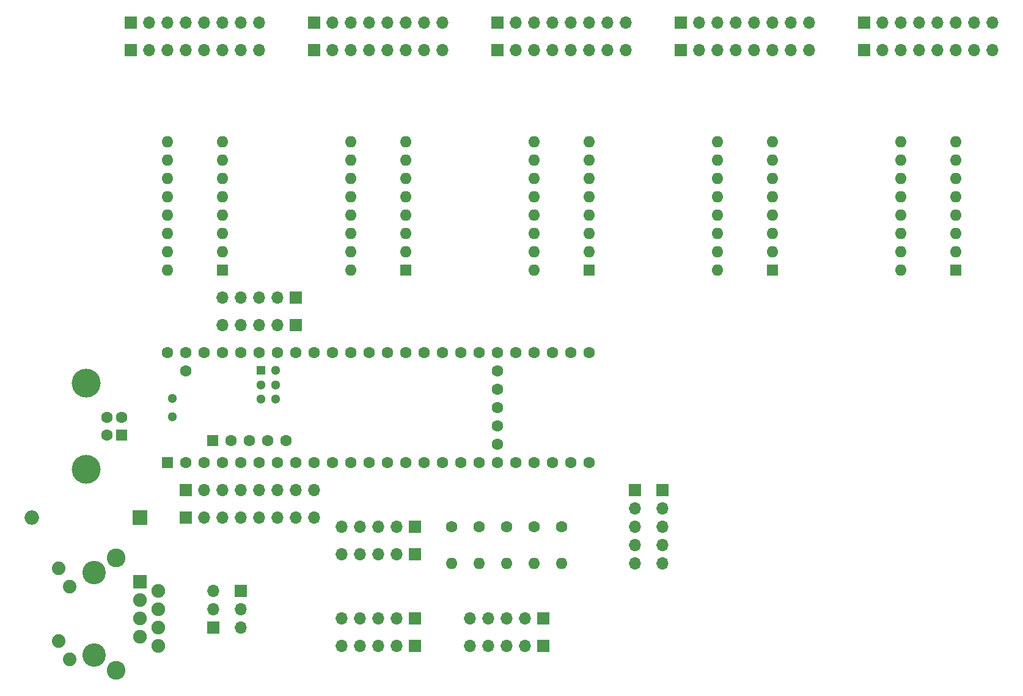
<source format=gbr>
%TF.GenerationSoftware,KiCad,Pcbnew,5.1.8*%
%TF.CreationDate,2020-12-04T02:47:43+00:00*%
%TF.ProjectId,controller_mixer_pcb,636f6e74-726f-46c6-9c65-725f6d697865,rev?*%
%TF.SameCoordinates,Original*%
%TF.FileFunction,Soldermask,Bot*%
%TF.FilePolarity,Negative*%
%FSLAX46Y46*%
G04 Gerber Fmt 4.6, Leading zero omitted, Abs format (unit mm)*
G04 Created by KiCad (PCBNEW 5.1.8) date 2020-12-04 02:47:43*
%MOMM*%
%LPD*%
G01*
G04 APERTURE LIST*
%ADD10R,1.600000X1.600000*%
%ADD11O,1.600000X1.600000*%
%ADD12C,1.600000*%
%ADD13R,1.300000X1.300000*%
%ADD14C,1.300000*%
%ADD15O,1.700000X1.700000*%
%ADD16R,1.700000X1.700000*%
%ADD17C,4.000000*%
%ADD18R,1.900000X1.900000*%
%ADD19C,1.900000*%
%ADD20C,1.890000*%
%ADD21C,2.600000*%
%ADD22C,3.250000*%
%ADD23R,2.000000X2.000000*%
%ADD24O,2.000000X2.000000*%
G04 APERTURE END LIST*
D10*
%TO.C,MP2*%
X163830000Y-81280000D03*
D11*
X156210000Y-63500000D03*
X163830000Y-78740000D03*
X156210000Y-66040000D03*
X163830000Y-76200000D03*
X156210000Y-68580000D03*
X163830000Y-73660000D03*
X156210000Y-71120000D03*
X163830000Y-71120000D03*
X156210000Y-73660000D03*
X163830000Y-68580000D03*
X156210000Y-76200000D03*
X163830000Y-66040000D03*
X156210000Y-78740000D03*
X163830000Y-63500000D03*
X156210000Y-81280000D03*
%TD*%
%TO.C,MP1*%
X181610000Y-81280000D03*
X189230000Y-63500000D03*
X181610000Y-78740000D03*
X189230000Y-66040000D03*
X181610000Y-76200000D03*
X189230000Y-68580000D03*
X181610000Y-73660000D03*
X189230000Y-71120000D03*
X181610000Y-71120000D03*
X189230000Y-73660000D03*
X181610000Y-68580000D03*
X189230000Y-76200000D03*
X181610000Y-66040000D03*
X189230000Y-78740000D03*
X181610000Y-63500000D03*
D10*
X189230000Y-81280000D03*
%TD*%
%TO.C,MP4*%
X113030000Y-81280000D03*
D11*
X105410000Y-63500000D03*
X113030000Y-78740000D03*
X105410000Y-66040000D03*
X113030000Y-76200000D03*
X105410000Y-68580000D03*
X113030000Y-73660000D03*
X105410000Y-71120000D03*
X113030000Y-71120000D03*
X105410000Y-73660000D03*
X113030000Y-68580000D03*
X105410000Y-76200000D03*
X113030000Y-66040000D03*
X105410000Y-78740000D03*
X113030000Y-63500000D03*
X105410000Y-81280000D03*
%TD*%
%TO.C,MP3*%
X130810000Y-81280000D03*
X138430000Y-63500000D03*
X130810000Y-78740000D03*
X138430000Y-66040000D03*
X130810000Y-76200000D03*
X138430000Y-68580000D03*
X130810000Y-73660000D03*
X138430000Y-71120000D03*
X130810000Y-71120000D03*
X138430000Y-73660000D03*
X130810000Y-68580000D03*
X138430000Y-76200000D03*
X130810000Y-66040000D03*
X138430000Y-78740000D03*
X130810000Y-63500000D03*
D10*
X138430000Y-81280000D03*
%TD*%
%TO.C,MP5*%
X87630000Y-81280000D03*
D11*
X80010000Y-63500000D03*
X87630000Y-78740000D03*
X80010000Y-66040000D03*
X87630000Y-76200000D03*
X80010000Y-68580000D03*
X87630000Y-73660000D03*
X80010000Y-71120000D03*
X87630000Y-71120000D03*
X80010000Y-73660000D03*
X87630000Y-68580000D03*
X80010000Y-76200000D03*
X87630000Y-66040000D03*
X80010000Y-78740000D03*
X87630000Y-63500000D03*
X80010000Y-81280000D03*
%TD*%
D12*
%TO.C,U3*%
X82550000Y-95250000D03*
X96469200Y-104899200D03*
X93929200Y-104899200D03*
X91389200Y-104899200D03*
X88849200Y-104899200D03*
D10*
X86309200Y-104899200D03*
D12*
X80010000Y-92710000D03*
X82550000Y-92710000D03*
X85090000Y-92710000D03*
X87630000Y-92710000D03*
X90170000Y-92710000D03*
X92710000Y-92710000D03*
X95250000Y-92710000D03*
X97790000Y-92710000D03*
X100330000Y-92710000D03*
X102870000Y-92710000D03*
X105410000Y-92710000D03*
X107950000Y-92710000D03*
X110490000Y-92710000D03*
X113030000Y-92710000D03*
D10*
X80010000Y-107950000D03*
D12*
X82550000Y-107950000D03*
X85090000Y-107950000D03*
X87630000Y-107950000D03*
X90170000Y-107950000D03*
X92710000Y-107950000D03*
X95250000Y-107950000D03*
X97790000Y-107950000D03*
X100330000Y-107950000D03*
X102870000Y-107950000D03*
X105410000Y-107950000D03*
X107950000Y-107950000D03*
X110490000Y-107950000D03*
X115570000Y-92710000D03*
X118110000Y-92710000D03*
X120650000Y-92710000D03*
X123190000Y-92710000D03*
X125730000Y-92710000D03*
X128270000Y-92710000D03*
X130810000Y-92710000D03*
X133350000Y-92710000D03*
X135890000Y-92710000D03*
X138430000Y-92710000D03*
X138430000Y-107950000D03*
X135890000Y-107950000D03*
X133350000Y-107950000D03*
X130810000Y-107950000D03*
X113030000Y-107950000D03*
X115570000Y-107950000D03*
X118110000Y-107950000D03*
X128270000Y-107950000D03*
X125730000Y-107950000D03*
X123190000Y-107950000D03*
X120650000Y-107950000D03*
D13*
X92980000Y-95148400D03*
D14*
X94980000Y-95148400D03*
X92980000Y-97148400D03*
X94980000Y-97148400D03*
X94980000Y-99148400D03*
X92980000Y-99148400D03*
D12*
X125730000Y-105410000D03*
X125730000Y-102870000D03*
X125730000Y-100330000D03*
X125730000Y-97790000D03*
X125730000Y-95250000D03*
D14*
X80740000Y-101600000D03*
X80740000Y-99060000D03*
%TD*%
D15*
%TO.C,J1*%
X168910000Y-46990000D03*
X166370000Y-46990000D03*
X163830000Y-46990000D03*
X161290000Y-46990000D03*
X158750000Y-46990000D03*
X156210000Y-46990000D03*
X153670000Y-46990000D03*
D16*
X151130000Y-46990000D03*
%TD*%
%TO.C,J2*%
X176530000Y-46990000D03*
D15*
X179070000Y-46990000D03*
X181610000Y-46990000D03*
X184150000Y-46990000D03*
X186690000Y-46990000D03*
X189230000Y-46990000D03*
X191770000Y-46990000D03*
X194310000Y-46990000D03*
%TD*%
D16*
%TO.C,J3*%
X151130000Y-50800000D03*
D15*
X153670000Y-50800000D03*
X156210000Y-50800000D03*
X158750000Y-50800000D03*
X161290000Y-50800000D03*
X163830000Y-50800000D03*
X166370000Y-50800000D03*
X168910000Y-50800000D03*
%TD*%
%TO.C,J4*%
X194310000Y-50800000D03*
X191770000Y-50800000D03*
X189230000Y-50800000D03*
X186690000Y-50800000D03*
X184150000Y-50800000D03*
X181610000Y-50800000D03*
X179070000Y-50800000D03*
D16*
X176530000Y-50800000D03*
%TD*%
%TO.C,J7*%
X100330000Y-46990000D03*
D15*
X102870000Y-46990000D03*
X105410000Y-46990000D03*
X107950000Y-46990000D03*
X110490000Y-46990000D03*
X113030000Y-46990000D03*
X115570000Y-46990000D03*
X118110000Y-46990000D03*
%TD*%
%TO.C,J8*%
X143510000Y-46990000D03*
X140970000Y-46990000D03*
X138430000Y-46990000D03*
X135890000Y-46990000D03*
X133350000Y-46990000D03*
X130810000Y-46990000D03*
X128270000Y-46990000D03*
D16*
X125730000Y-46990000D03*
%TD*%
%TO.C,J9*%
X100330000Y-50800000D03*
D15*
X102870000Y-50800000D03*
X105410000Y-50800000D03*
X107950000Y-50800000D03*
X110490000Y-50800000D03*
X113030000Y-50800000D03*
X115570000Y-50800000D03*
X118110000Y-50800000D03*
%TD*%
D16*
%TO.C,J10*%
X125730000Y-50800000D03*
D15*
X128270000Y-50800000D03*
X130810000Y-50800000D03*
X133350000Y-50800000D03*
X135890000Y-50800000D03*
X138430000Y-50800000D03*
X140970000Y-50800000D03*
X143510000Y-50800000D03*
%TD*%
D16*
%TO.C,LEDs1*%
X132080000Y-129540000D03*
D15*
X129540000Y-129540000D03*
X127000000Y-129540000D03*
X124460000Y-129540000D03*
X121920000Y-129540000D03*
%TD*%
%TO.C,BTNs1*%
X144780000Y-121920000D03*
X144780000Y-119380000D03*
X144780000Y-116840000D03*
X144780000Y-114300000D03*
D16*
X144780000Y-111760000D03*
%TD*%
D15*
%TO.C,J15*%
X148590000Y-121920000D03*
X148590000Y-119380000D03*
X148590000Y-116840000D03*
X148590000Y-114300000D03*
D16*
X148590000Y-111760000D03*
%TD*%
%TO.C,J16*%
X132080000Y-133350000D03*
D15*
X129540000Y-133350000D03*
X127000000Y-133350000D03*
X124460000Y-133350000D03*
X121920000Y-133350000D03*
%TD*%
%TO.C,J19*%
X92710000Y-46990000D03*
X90170000Y-46990000D03*
X87630000Y-46990000D03*
X85090000Y-46990000D03*
X82550000Y-46990000D03*
X80010000Y-46990000D03*
X77470000Y-46990000D03*
D16*
X74930000Y-46990000D03*
%TD*%
D15*
%TO.C,J20*%
X92710000Y-50800000D03*
X90170000Y-50800000D03*
X87630000Y-50800000D03*
X85090000Y-50800000D03*
X82550000Y-50800000D03*
X80010000Y-50800000D03*
X77470000Y-50800000D03*
D16*
X74930000Y-50800000D03*
%TD*%
D15*
%TO.C,T+|GND|R-1*%
X90170000Y-130810000D03*
X90170000Y-128270000D03*
D16*
X90170000Y-125730000D03*
%TD*%
D15*
%TO.C,R+|LED|T-1*%
X86360000Y-125730000D03*
X86360000Y-128270000D03*
D16*
X86360000Y-130810000D03*
%TD*%
%TO.C,J5*%
X114300000Y-133350000D03*
D15*
X111760000Y-133350000D03*
X109220000Y-133350000D03*
X106680000Y-133350000D03*
X104140000Y-133350000D03*
%TD*%
%TO.C,J6*%
X104140000Y-120650000D03*
X106680000Y-120650000D03*
X109220000Y-120650000D03*
X111760000Y-120650000D03*
D16*
X114300000Y-120650000D03*
%TD*%
%TO.C,VUs1*%
X114300000Y-116840000D03*
D15*
X111760000Y-116840000D03*
X109220000Y-116840000D03*
X106680000Y-116840000D03*
X104140000Y-116840000D03*
%TD*%
%TO.C,VUVs1*%
X104140000Y-129540000D03*
X106680000Y-129540000D03*
X109220000Y-129540000D03*
X111760000Y-129540000D03*
D16*
X114300000Y-129540000D03*
%TD*%
D12*
%TO.C,R1*%
X123190000Y-116840000D03*
D11*
X123190000Y-121920000D03*
%TD*%
%TO.C,R2*%
X127000000Y-121920000D03*
D12*
X127000000Y-116840000D03*
%TD*%
%TO.C,R3*%
X130810000Y-116840000D03*
D11*
X130810000Y-121920000D03*
%TD*%
%TO.C,R4*%
X134620000Y-121920000D03*
D12*
X134620000Y-116840000D03*
%TD*%
%TO.C,R5*%
X119380000Y-116840000D03*
D11*
X119380000Y-121920000D03*
%TD*%
D16*
%TO.C,D0-7*%
X82550000Y-111760000D03*
D15*
X85090000Y-111760000D03*
X87630000Y-111760000D03*
X90170000Y-111760000D03*
X92710000Y-111760000D03*
X95250000Y-111760000D03*
X97790000Y-111760000D03*
X100330000Y-111760000D03*
%TD*%
D16*
%TO.C,A5-9*%
X97790000Y-88900000D03*
D15*
X95250000Y-88900000D03*
X92710000Y-88900000D03*
X90170000Y-88900000D03*
X87630000Y-88900000D03*
%TD*%
D10*
%TO.C,J11*%
X73660000Y-104140000D03*
D12*
X73660000Y-101640000D03*
X71660000Y-101640000D03*
X71660000Y-104140000D03*
D17*
X68800000Y-96890000D03*
X68800000Y-108890000D03*
%TD*%
D16*
%TO.C,A5-1*%
X97790000Y-85090000D03*
D15*
X95250000Y-85090000D03*
X92710000Y-85090000D03*
X90170000Y-85090000D03*
X87630000Y-85090000D03*
%TD*%
D16*
%TO.C,J12*%
X82550000Y-115570000D03*
D15*
X85090000Y-115570000D03*
X87630000Y-115570000D03*
X90170000Y-115570000D03*
X92710000Y-115570000D03*
X95250000Y-115570000D03*
X97790000Y-115570000D03*
X100330000Y-115570000D03*
%TD*%
D18*
%TO.C,J13*%
X76200000Y-124460000D03*
D19*
X78740000Y-125730000D03*
X76200000Y-127000000D03*
X78740000Y-128270000D03*
X76200000Y-129540000D03*
X78740000Y-130810000D03*
X76200000Y-132080000D03*
X78740000Y-133350000D03*
D20*
X66480000Y-135230000D03*
X64960000Y-132690000D03*
X66480000Y-125120000D03*
X64960000Y-122580000D03*
D21*
X72910000Y-121130000D03*
X72910000Y-136680000D03*
D22*
X69860000Y-123190000D03*
X69860000Y-134620000D03*
%TD*%
D23*
%TO.C,C1*%
X76200000Y-115570000D03*
D24*
X61200000Y-115570000D03*
%TD*%
M02*

</source>
